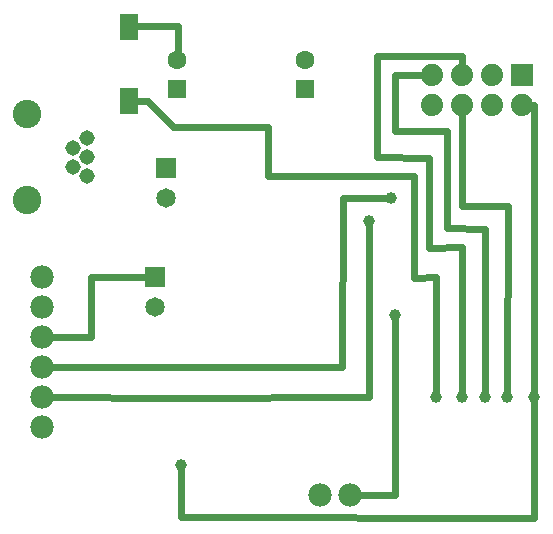
<source format=gbl>
G04 MADE WITH FRITZING*
G04 WWW.FRITZING.ORG*
G04 DOUBLE SIDED*
G04 HOLES PLATED*
G04 CONTOUR ON CENTER OF CONTOUR VECTOR*
%ASAXBY*%
%FSLAX23Y23*%
%MOIN*%
%OFA0B0*%
%SFA1.0B1.0*%
%ADD10C,0.074000*%
%ADD11C,0.039370*%
%ADD12C,0.062992*%
%ADD13C,0.051496*%
%ADD14C,0.094803*%
%ADD15C,0.078000*%
%ADD16C,0.065000*%
%ADD17R,0.074000X0.074000*%
%ADD18R,0.062992X0.062992*%
%ADD19R,0.062992X0.090551*%
%ADD20C,0.024000*%
%ADD21R,0.001000X0.001000*%
%LNCOPPER0*%
G90*
G70*
G54D10*
X1701Y1415D03*
X1601Y1415D03*
X1501Y1415D03*
X1401Y1415D03*
X1701Y1515D03*
X1601Y1515D03*
X1501Y1515D03*
X1401Y1515D03*
G54D11*
X1739Y440D03*
X1501Y440D03*
X1651Y440D03*
X1577Y439D03*
G54D12*
X551Y1466D03*
X551Y1565D03*
X976Y1466D03*
X976Y1565D03*
G54D11*
X1264Y1102D03*
X1189Y1027D03*
G54D13*
X251Y1303D03*
X251Y1240D03*
X251Y1177D03*
X204Y1271D03*
X204Y1208D03*
G54D14*
X51Y1096D03*
X51Y1384D03*
G54D11*
X1276Y715D03*
X564Y215D03*
G54D15*
X1126Y115D03*
X1026Y115D03*
X101Y840D03*
X101Y740D03*
X101Y640D03*
X101Y540D03*
X101Y440D03*
X101Y340D03*
G54D11*
X1414Y440D03*
G54D16*
X514Y1102D03*
X514Y1202D03*
X476Y740D03*
X476Y840D03*
G54D17*
X1701Y1515D03*
G54D18*
X551Y1466D03*
X976Y1466D03*
G54D19*
X389Y1427D03*
X389Y1675D03*
G54D20*
X1739Y1415D02*
X1740Y452D01*
D02*
X1733Y1415D02*
X1739Y1415D01*
D02*
X1740Y452D02*
X1741Y459D01*
D02*
X1215Y1239D02*
X1215Y1577D01*
D02*
X1215Y1577D02*
X1501Y1577D01*
D02*
X1501Y939D02*
X1390Y938D01*
D02*
X1390Y938D02*
X1390Y1238D01*
D02*
X1390Y1238D02*
X1215Y1239D01*
D02*
X1501Y459D02*
X1501Y939D01*
D02*
X1501Y1577D02*
X1501Y1546D01*
D02*
X1451Y1327D02*
X1277Y1328D01*
D02*
X1277Y1328D02*
X1277Y1515D01*
D02*
X1451Y1002D02*
X1451Y1327D01*
D02*
X1577Y1001D02*
X1451Y1002D01*
D02*
X1277Y1515D02*
X1370Y1515D01*
D02*
X1577Y458D02*
X1577Y1001D01*
D02*
X1501Y1077D02*
X1501Y1384D01*
D02*
X1653Y1077D02*
X1501Y1077D01*
D02*
X1651Y459D02*
X1653Y1077D01*
D02*
X564Y40D02*
X564Y196D01*
D02*
X1740Y38D02*
X564Y40D01*
D02*
X1739Y421D02*
X1740Y38D01*
D02*
X526Y438D02*
X1190Y441D01*
D02*
X1190Y441D02*
X1189Y1008D01*
D02*
X132Y440D02*
X526Y438D01*
D02*
X1101Y541D02*
X327Y541D01*
D02*
X1102Y1103D02*
X1101Y541D01*
D02*
X327Y541D02*
X131Y540D01*
D02*
X1245Y1102D02*
X1102Y1103D01*
D02*
X263Y639D02*
X131Y640D01*
D02*
X1276Y115D02*
X1276Y696D01*
D02*
X1157Y115D02*
X1276Y115D01*
D02*
X553Y1678D02*
X552Y1592D01*
D02*
X415Y1676D02*
X553Y1678D01*
D02*
X853Y1341D02*
X538Y1341D01*
D02*
X853Y1178D02*
X853Y1341D01*
D02*
X538Y1341D02*
X453Y1426D01*
D02*
X453Y1426D02*
X415Y1427D01*
D02*
X1340Y1177D02*
X853Y1178D01*
D02*
X1340Y838D02*
X1340Y1177D01*
D02*
X1414Y841D02*
X1340Y838D01*
D02*
X1414Y459D02*
X1414Y841D01*
D02*
X264Y841D02*
X263Y639D01*
D02*
X451Y840D02*
X264Y841D01*
G54D21*
X481Y1235D02*
X545Y1235D01*
X481Y1234D02*
X545Y1234D01*
X481Y1233D02*
X545Y1233D01*
X481Y1232D02*
X545Y1232D01*
X481Y1231D02*
X545Y1231D01*
X481Y1230D02*
X545Y1230D01*
X481Y1229D02*
X545Y1229D01*
X481Y1228D02*
X545Y1228D01*
X481Y1227D02*
X545Y1227D01*
X481Y1226D02*
X545Y1226D01*
X481Y1225D02*
X545Y1225D01*
X481Y1224D02*
X545Y1224D01*
X481Y1223D02*
X545Y1223D01*
X481Y1222D02*
X545Y1222D01*
X481Y1221D02*
X545Y1221D01*
X481Y1220D02*
X545Y1220D01*
X481Y1219D02*
X545Y1219D01*
X481Y1218D02*
X545Y1218D01*
X481Y1217D02*
X512Y1217D01*
X514Y1217D02*
X545Y1217D01*
X481Y1216D02*
X508Y1216D01*
X519Y1216D02*
X545Y1216D01*
X481Y1215D02*
X506Y1215D01*
X521Y1215D02*
X545Y1215D01*
X481Y1214D02*
X504Y1214D01*
X522Y1214D02*
X545Y1214D01*
X481Y1213D02*
X503Y1213D01*
X523Y1213D02*
X545Y1213D01*
X481Y1212D02*
X502Y1212D01*
X524Y1212D02*
X545Y1212D01*
X481Y1211D02*
X501Y1211D01*
X525Y1211D02*
X545Y1211D01*
X481Y1210D02*
X501Y1210D01*
X526Y1210D02*
X545Y1210D01*
X481Y1209D02*
X500Y1209D01*
X526Y1209D02*
X545Y1209D01*
X481Y1208D02*
X500Y1208D01*
X527Y1208D02*
X545Y1208D01*
X481Y1207D02*
X500Y1207D01*
X527Y1207D02*
X545Y1207D01*
X481Y1206D02*
X499Y1206D01*
X527Y1206D02*
X545Y1206D01*
X481Y1205D02*
X499Y1205D01*
X527Y1205D02*
X545Y1205D01*
X481Y1204D02*
X499Y1204D01*
X528Y1204D02*
X545Y1204D01*
X481Y1203D02*
X499Y1203D01*
X528Y1203D02*
X545Y1203D01*
X481Y1202D02*
X499Y1202D01*
X527Y1202D02*
X545Y1202D01*
X481Y1201D02*
X499Y1201D01*
X527Y1201D02*
X545Y1201D01*
X481Y1200D02*
X499Y1200D01*
X527Y1200D02*
X545Y1200D01*
X481Y1199D02*
X500Y1199D01*
X527Y1199D02*
X545Y1199D01*
X481Y1198D02*
X500Y1198D01*
X526Y1198D02*
X545Y1198D01*
X481Y1197D02*
X501Y1197D01*
X526Y1197D02*
X545Y1197D01*
X481Y1196D02*
X501Y1196D01*
X525Y1196D02*
X545Y1196D01*
X481Y1195D02*
X502Y1195D01*
X525Y1195D02*
X545Y1195D01*
X481Y1194D02*
X503Y1194D01*
X524Y1194D02*
X545Y1194D01*
X481Y1193D02*
X504Y1193D01*
X523Y1193D02*
X545Y1193D01*
X481Y1192D02*
X505Y1192D01*
X522Y1192D02*
X545Y1192D01*
X481Y1191D02*
X507Y1191D01*
X520Y1191D02*
X545Y1191D01*
X481Y1190D02*
X509Y1190D01*
X517Y1190D02*
X545Y1190D01*
X481Y1189D02*
X545Y1189D01*
X481Y1188D02*
X545Y1188D01*
X481Y1187D02*
X545Y1187D01*
X481Y1186D02*
X545Y1186D01*
X481Y1185D02*
X545Y1185D01*
X481Y1184D02*
X545Y1184D01*
X481Y1183D02*
X545Y1183D01*
X481Y1182D02*
X545Y1182D01*
X481Y1181D02*
X545Y1181D01*
X481Y1180D02*
X545Y1180D01*
X481Y1179D02*
X545Y1179D01*
X481Y1178D02*
X545Y1178D01*
X481Y1177D02*
X545Y1177D01*
X481Y1176D02*
X545Y1176D01*
X481Y1175D02*
X545Y1175D01*
X481Y1174D02*
X545Y1174D01*
X481Y1173D02*
X545Y1173D01*
X481Y1172D02*
X545Y1172D01*
X481Y1171D02*
X545Y1171D01*
X444Y873D02*
X508Y873D01*
X444Y872D02*
X508Y872D01*
X444Y871D02*
X508Y871D01*
X444Y870D02*
X508Y870D01*
X444Y869D02*
X508Y869D01*
X444Y868D02*
X508Y868D01*
X444Y867D02*
X508Y867D01*
X444Y866D02*
X508Y866D01*
X444Y865D02*
X508Y865D01*
X444Y864D02*
X508Y864D01*
X444Y863D02*
X508Y863D01*
X444Y862D02*
X508Y862D01*
X444Y861D02*
X508Y861D01*
X444Y860D02*
X508Y860D01*
X444Y859D02*
X508Y859D01*
X444Y858D02*
X508Y858D01*
X444Y857D02*
X508Y857D01*
X444Y856D02*
X508Y856D01*
X444Y855D02*
X508Y855D01*
X444Y854D02*
X471Y854D01*
X480Y854D02*
X508Y854D01*
X444Y853D02*
X469Y853D01*
X483Y853D02*
X508Y853D01*
X444Y852D02*
X467Y852D01*
X484Y852D02*
X508Y852D01*
X444Y851D02*
X466Y851D01*
X486Y851D02*
X508Y851D01*
X444Y850D02*
X465Y850D01*
X487Y850D02*
X508Y850D01*
X444Y849D02*
X464Y849D01*
X487Y849D02*
X508Y849D01*
X444Y848D02*
X463Y848D01*
X488Y848D02*
X508Y848D01*
X444Y847D02*
X463Y847D01*
X489Y847D02*
X508Y847D01*
X444Y846D02*
X463Y846D01*
X489Y846D02*
X508Y846D01*
X444Y845D02*
X462Y845D01*
X489Y845D02*
X508Y845D01*
X444Y844D02*
X462Y844D01*
X490Y844D02*
X508Y844D01*
X444Y843D02*
X462Y843D01*
X490Y843D02*
X508Y843D01*
X444Y842D02*
X462Y842D01*
X490Y842D02*
X508Y842D01*
X444Y841D02*
X461Y841D01*
X490Y841D02*
X508Y841D01*
X444Y840D02*
X462Y840D01*
X490Y840D02*
X508Y840D01*
X444Y839D02*
X462Y839D01*
X490Y839D02*
X508Y839D01*
X444Y838D02*
X462Y838D01*
X490Y838D02*
X508Y838D01*
X444Y837D02*
X462Y837D01*
X489Y837D02*
X508Y837D01*
X444Y836D02*
X462Y836D01*
X489Y836D02*
X508Y836D01*
X444Y835D02*
X463Y835D01*
X489Y835D02*
X508Y835D01*
X444Y834D02*
X463Y834D01*
X488Y834D02*
X508Y834D01*
X444Y833D02*
X464Y833D01*
X487Y833D02*
X508Y833D01*
X444Y832D02*
X465Y832D01*
X487Y832D02*
X508Y832D01*
X444Y831D02*
X466Y831D01*
X486Y831D02*
X508Y831D01*
X444Y830D02*
X467Y830D01*
X484Y830D02*
X508Y830D01*
X444Y829D02*
X468Y829D01*
X483Y829D02*
X508Y829D01*
X444Y828D02*
X471Y828D01*
X481Y828D02*
X508Y828D01*
X444Y827D02*
X508Y827D01*
X444Y826D02*
X508Y826D01*
X444Y825D02*
X508Y825D01*
X444Y824D02*
X508Y824D01*
X444Y823D02*
X508Y823D01*
X444Y822D02*
X508Y822D01*
X444Y821D02*
X508Y821D01*
X444Y820D02*
X508Y820D01*
X444Y819D02*
X508Y819D01*
X444Y818D02*
X508Y818D01*
X444Y817D02*
X508Y817D01*
X444Y816D02*
X508Y816D01*
X444Y815D02*
X508Y815D01*
X444Y814D02*
X508Y814D01*
X444Y813D02*
X508Y813D01*
X444Y812D02*
X508Y812D01*
X444Y811D02*
X508Y811D01*
X444Y810D02*
X508Y810D01*
X444Y809D02*
X508Y809D01*
D02*
G04 End of Copper0*
M02*
</source>
